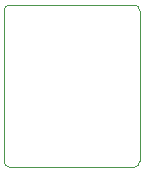
<source format=gbr>
%TF.GenerationSoftware,KiCad,Pcbnew,(6.0.4-0)*%
%TF.CreationDate,2022-07-09T20:17:42+01:00*%
%TF.ProjectId,minimal-ffc-i2c,6d696e69-6d61-46c2-9d66-66632d693263,rev?*%
%TF.SameCoordinates,Original*%
%TF.FileFunction,Profile,NP*%
%FSLAX46Y46*%
G04 Gerber Fmt 4.6, Leading zero omitted, Abs format (unit mm)*
G04 Created by KiCad (PCBNEW (6.0.4-0)) date 2022-07-09 20:17:42*
%MOMM*%
%LPD*%
G01*
G04 APERTURE LIST*
%TA.AperFunction,Profile*%
%ADD10C,0.100000*%
%TD*%
G04 APERTURE END LIST*
D10*
X117500000Y-87500000D02*
G75*
G03*
X117000000Y-87000000I-500000J0D01*
G01*
X106000000Y-100250000D02*
G75*
G03*
X106500000Y-100750000I500000J0D01*
G01*
X117500000Y-100250000D02*
X117500000Y-87500000D01*
X117000000Y-100750000D02*
G75*
G03*
X117500000Y-100250000I0J500000D01*
G01*
X117000000Y-87000000D02*
X106500000Y-87000000D01*
X106500000Y-100750000D02*
X117000000Y-100750000D01*
X106000000Y-87500000D02*
X106000000Y-100250000D01*
X106500000Y-87000000D02*
G75*
G03*
X106000000Y-87500000I0J-500000D01*
G01*
M02*

</source>
